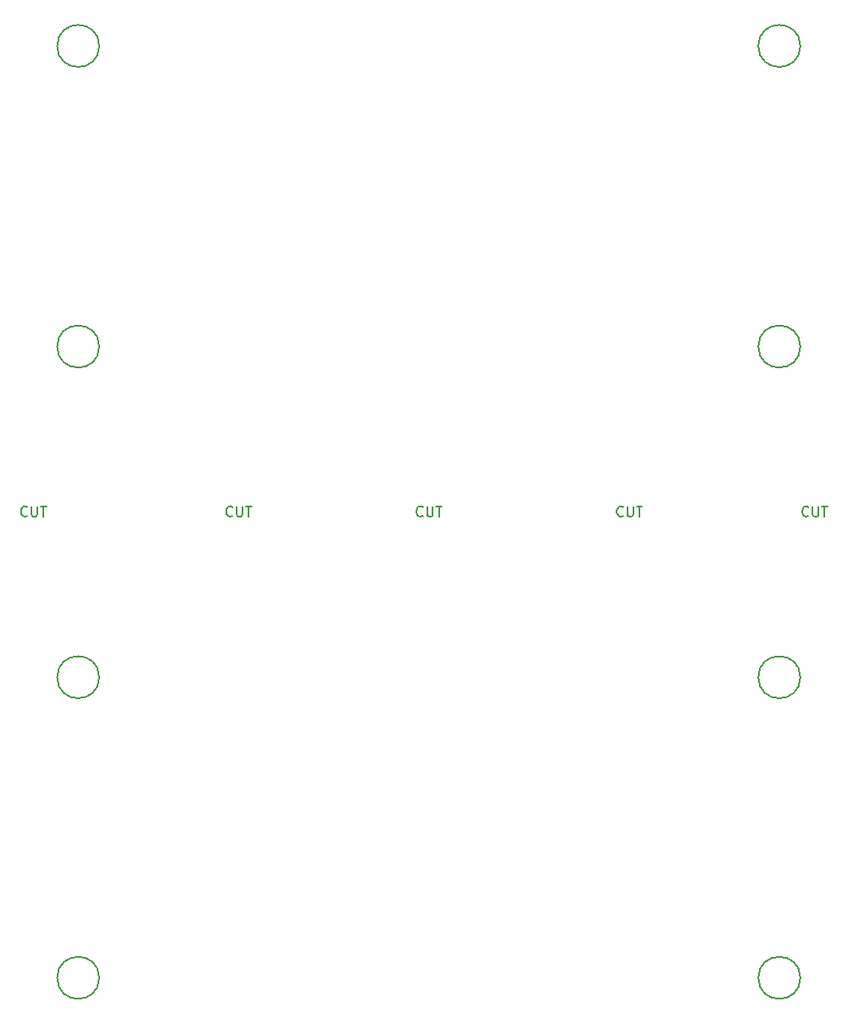
<source format=gbr>
%TF.GenerationSoftware,KiCad,Pcbnew,(5.1.10)-1*%
%TF.CreationDate,2021-12-13T12:24:24+01:00*%
%TF.ProjectId,Analog2HDMI_panel,416e616c-6f67-4324-9844-4d495f70616e,rev?*%
%TF.SameCoordinates,Original*%
%TF.FileFunction,Other,Comment*%
%FSLAX46Y46*%
G04 Gerber Fmt 4.6, Leading zero omitted, Abs format (unit mm)*
G04 Created by KiCad (PCBNEW (5.1.10)-1) date 2021-12-13 12:24:24*
%MOMM*%
%LPD*%
G01*
G04 APERTURE LIST*
%ADD10C,0.150000*%
G04 APERTURE END LIST*
D10*
X187904761Y-101857142D02*
X187857142Y-101904761D01*
X187714285Y-101952380D01*
X187619047Y-101952380D01*
X187476190Y-101904761D01*
X187380952Y-101809523D01*
X187333333Y-101714285D01*
X187285714Y-101523809D01*
X187285714Y-101380952D01*
X187333333Y-101190476D01*
X187380952Y-101095238D01*
X187476190Y-101000000D01*
X187619047Y-100952380D01*
X187714285Y-100952380D01*
X187857142Y-101000000D01*
X187904761Y-101047619D01*
X188333333Y-100952380D02*
X188333333Y-101761904D01*
X188380952Y-101857142D01*
X188428571Y-101904761D01*
X188523809Y-101952380D01*
X188714285Y-101952380D01*
X188809523Y-101904761D01*
X188857142Y-101857142D01*
X188904761Y-101761904D01*
X188904761Y-100952380D01*
X189238095Y-100952380D02*
X189809523Y-100952380D01*
X189523809Y-101952380D02*
X189523809Y-100952380D01*
X169404761Y-101857142D02*
X169357142Y-101904761D01*
X169214285Y-101952380D01*
X169119047Y-101952380D01*
X168976190Y-101904761D01*
X168880952Y-101809523D01*
X168833333Y-101714285D01*
X168785714Y-101523809D01*
X168785714Y-101380952D01*
X168833333Y-101190476D01*
X168880952Y-101095238D01*
X168976190Y-101000000D01*
X169119047Y-100952380D01*
X169214285Y-100952380D01*
X169357142Y-101000000D01*
X169404761Y-101047619D01*
X169833333Y-100952380D02*
X169833333Y-101761904D01*
X169880952Y-101857142D01*
X169928571Y-101904761D01*
X170023809Y-101952380D01*
X170214285Y-101952380D01*
X170309523Y-101904761D01*
X170357142Y-101857142D01*
X170404761Y-101761904D01*
X170404761Y-100952380D01*
X170738095Y-100952380D02*
X171309523Y-100952380D01*
X171023809Y-101952380D02*
X171023809Y-100952380D01*
X149404761Y-101857142D02*
X149357142Y-101904761D01*
X149214285Y-101952380D01*
X149119047Y-101952380D01*
X148976190Y-101904761D01*
X148880952Y-101809523D01*
X148833333Y-101714285D01*
X148785714Y-101523809D01*
X148785714Y-101380952D01*
X148833333Y-101190476D01*
X148880952Y-101095238D01*
X148976190Y-101000000D01*
X149119047Y-100952380D01*
X149214285Y-100952380D01*
X149357142Y-101000000D01*
X149404761Y-101047619D01*
X149833333Y-100952380D02*
X149833333Y-101761904D01*
X149880952Y-101857142D01*
X149928571Y-101904761D01*
X150023809Y-101952380D01*
X150214285Y-101952380D01*
X150309523Y-101904761D01*
X150357142Y-101857142D01*
X150404761Y-101761904D01*
X150404761Y-100952380D01*
X150738095Y-100952380D02*
X151309523Y-100952380D01*
X151023809Y-101952380D02*
X151023809Y-100952380D01*
X130404761Y-101857142D02*
X130357142Y-101904761D01*
X130214285Y-101952380D01*
X130119047Y-101952380D01*
X129976190Y-101904761D01*
X129880952Y-101809523D01*
X129833333Y-101714285D01*
X129785714Y-101523809D01*
X129785714Y-101380952D01*
X129833333Y-101190476D01*
X129880952Y-101095238D01*
X129976190Y-101000000D01*
X130119047Y-100952380D01*
X130214285Y-100952380D01*
X130357142Y-101000000D01*
X130404761Y-101047619D01*
X130833333Y-100952380D02*
X130833333Y-101761904D01*
X130880952Y-101857142D01*
X130928571Y-101904761D01*
X131023809Y-101952380D01*
X131214285Y-101952380D01*
X131309523Y-101904761D01*
X131357142Y-101857142D01*
X131404761Y-101761904D01*
X131404761Y-100952380D01*
X131738095Y-100952380D02*
X132309523Y-100952380D01*
X132023809Y-101952380D02*
X132023809Y-100952380D01*
X109904761Y-101857142D02*
X109857142Y-101904761D01*
X109714285Y-101952380D01*
X109619047Y-101952380D01*
X109476190Y-101904761D01*
X109380952Y-101809523D01*
X109333333Y-101714285D01*
X109285714Y-101523809D01*
X109285714Y-101380952D01*
X109333333Y-101190476D01*
X109380952Y-101095238D01*
X109476190Y-101000000D01*
X109619047Y-100952380D01*
X109714285Y-100952380D01*
X109857142Y-101000000D01*
X109904761Y-101047619D01*
X110333333Y-100952380D02*
X110333333Y-101761904D01*
X110380952Y-101857142D01*
X110428571Y-101904761D01*
X110523809Y-101952380D01*
X110714285Y-101952380D01*
X110809523Y-101904761D01*
X110857142Y-101857142D01*
X110904761Y-101761904D01*
X110904761Y-100952380D01*
X111238095Y-100952380D02*
X111809523Y-100952380D01*
X111523809Y-101952380D02*
X111523809Y-100952380D01*
%TO.C,H4*%
X187100000Y-118000000D02*
G75*
G03*
X187100000Y-118000000I-2100000J0D01*
G01*
%TO.C,H1*%
X117100000Y-148000000D02*
G75*
G03*
X117100000Y-148000000I-2100000J0D01*
G01*
%TO.C,H2*%
X117100000Y-118000000D02*
G75*
G03*
X117100000Y-118000000I-2100000J0D01*
G01*
%TO.C,H3*%
X187100000Y-148000000D02*
G75*
G03*
X187100000Y-148000000I-2100000J0D01*
G01*
%TO.C,H4*%
X187100000Y-85000000D02*
G75*
G03*
X187100000Y-85000000I-2100000J0D01*
G01*
%TO.C,H3*%
X187100000Y-55000000D02*
G75*
G03*
X187100000Y-55000000I-2100000J0D01*
G01*
%TO.C,H2*%
X117100000Y-85000000D02*
G75*
G03*
X117100000Y-85000000I-2100000J0D01*
G01*
%TO.C,H1*%
X117100000Y-55000000D02*
G75*
G03*
X117100000Y-55000000I-2100000J0D01*
G01*
%TD*%
M02*

</source>
